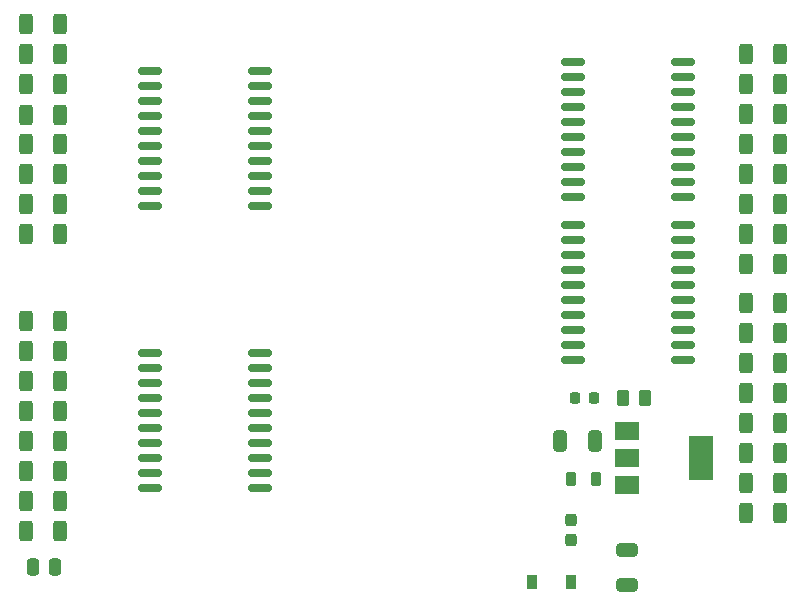
<source format=gtp>
G04 #@! TF.GenerationSoftware,KiCad,Pcbnew,(6.0.0-0)*
G04 #@! TF.CreationDate,2022-01-07T14:07:45-07:00*
G04 #@! TF.ProjectId,Controller_T41_rev0.2a,436f6e74-726f-46c6-9c65-725f5434315f,rev?*
G04 #@! TF.SameCoordinates,Original*
G04 #@! TF.FileFunction,Paste,Top*
G04 #@! TF.FilePolarity,Positive*
%FSLAX46Y46*%
G04 Gerber Fmt 4.6, Leading zero omitted, Abs format (unit mm)*
G04 Created by KiCad (PCBNEW (6.0.0-0)) date 2022-01-07 14:07:45*
%MOMM*%
%LPD*%
G01*
G04 APERTURE LIST*
G04 Aperture macros list*
%AMRoundRect*
0 Rectangle with rounded corners*
0 $1 Rounding radius*
0 $2 $3 $4 $5 $6 $7 $8 $9 X,Y pos of 4 corners*
0 Add a 4 corners polygon primitive as box body*
4,1,4,$2,$3,$4,$5,$6,$7,$8,$9,$2,$3,0*
0 Add four circle primitives for the rounded corners*
1,1,$1+$1,$2,$3*
1,1,$1+$1,$4,$5*
1,1,$1+$1,$6,$7*
1,1,$1+$1,$8,$9*
0 Add four rect primitives between the rounded corners*
20,1,$1+$1,$2,$3,$4,$5,0*
20,1,$1+$1,$4,$5,$6,$7,0*
20,1,$1+$1,$6,$7,$8,$9,0*
20,1,$1+$1,$8,$9,$2,$3,0*%
G04 Aperture macros list end*
%ADD10RoundRect,0.250000X-0.250000X-0.475000X0.250000X-0.475000X0.250000X0.475000X-0.250000X0.475000X0*%
%ADD11R,2.000000X3.800000*%
%ADD12R,2.000000X1.500000*%
%ADD13RoundRect,0.250000X-0.262500X-0.450000X0.262500X-0.450000X0.262500X0.450000X-0.262500X0.450000X0*%
%ADD14RoundRect,0.218750X-0.218750X-0.256250X0.218750X-0.256250X0.218750X0.256250X-0.218750X0.256250X0*%
%ADD15RoundRect,0.218750X0.218750X0.381250X-0.218750X0.381250X-0.218750X-0.381250X0.218750X-0.381250X0*%
%ADD16R,0.900000X1.200000*%
%ADD17RoundRect,0.250000X0.325000X0.650000X-0.325000X0.650000X-0.325000X-0.650000X0.325000X-0.650000X0*%
%ADD18RoundRect,0.250000X-0.650000X0.325000X-0.650000X-0.325000X0.650000X-0.325000X0.650000X0.325000X0*%
%ADD19RoundRect,0.150000X0.875000X0.150000X-0.875000X0.150000X-0.875000X-0.150000X0.875000X-0.150000X0*%
%ADD20RoundRect,0.150000X-0.875000X-0.150000X0.875000X-0.150000X0.875000X0.150000X-0.875000X0.150000X0*%
%ADD21RoundRect,0.250000X0.312500X0.625000X-0.312500X0.625000X-0.312500X-0.625000X0.312500X-0.625000X0*%
%ADD22RoundRect,0.250000X-0.312500X-0.625000X0.312500X-0.625000X0.312500X0.625000X-0.312500X0.625000X0*%
%ADD23RoundRect,0.237500X0.237500X-0.287500X0.237500X0.287500X-0.237500X0.287500X-0.237500X-0.287500X0*%
G04 APERTURE END LIST*
D10*
X116972000Y-104902000D03*
X118872000Y-104902000D03*
D11*
X173584000Y-95631000D03*
D12*
X167284000Y-95631000D03*
X167284000Y-97931000D03*
X167284000Y-93331000D03*
D13*
X166958000Y-90551000D03*
X168783000Y-90551000D03*
D14*
X162915500Y-90551000D03*
X164490500Y-90551000D03*
D15*
X164685000Y-97409000D03*
X162560000Y-97409000D03*
D16*
X162584400Y-106121200D03*
X159284400Y-106121200D03*
D17*
X164543000Y-94234000D03*
X161593000Y-94234000D03*
D18*
X167259000Y-103427000D03*
X167259000Y-106377000D03*
D19*
X136222000Y-98171000D03*
X136222000Y-96901000D03*
X136222000Y-95631000D03*
X136222000Y-94361000D03*
X136222000Y-93091000D03*
X136222000Y-91821000D03*
X136222000Y-90551000D03*
X136222000Y-89281000D03*
X136222000Y-88011000D03*
X136222000Y-86741000D03*
X126922000Y-86741000D03*
X126922000Y-88011000D03*
X126922000Y-89281000D03*
X126922000Y-90551000D03*
X126922000Y-91821000D03*
X126922000Y-93091000D03*
X126922000Y-94361000D03*
X126922000Y-95631000D03*
X126922000Y-96901000D03*
X126922000Y-98171000D03*
D20*
X162736000Y-62103000D03*
X162736000Y-63373000D03*
X162736000Y-64643000D03*
X162736000Y-65913000D03*
X162736000Y-67183000D03*
X162736000Y-68453000D03*
X162736000Y-69723000D03*
X162736000Y-70993000D03*
X162736000Y-72263000D03*
X162736000Y-73533000D03*
X172036000Y-73533000D03*
X172036000Y-72263000D03*
X172036000Y-70993000D03*
X172036000Y-69723000D03*
X172036000Y-68453000D03*
X172036000Y-67183000D03*
X172036000Y-65913000D03*
X172036000Y-64643000D03*
X172036000Y-63373000D03*
X172036000Y-62103000D03*
D19*
X136222000Y-74295000D03*
X136222000Y-73025000D03*
X136222000Y-71755000D03*
X136222000Y-70485000D03*
X136222000Y-69215000D03*
X136222000Y-67945000D03*
X136222000Y-66675000D03*
X136222000Y-65405000D03*
X136222000Y-64135000D03*
X136222000Y-62865000D03*
X126922000Y-62865000D03*
X126922000Y-64135000D03*
X126922000Y-65405000D03*
X126922000Y-66675000D03*
X126922000Y-67945000D03*
X126922000Y-69215000D03*
X126922000Y-70485000D03*
X126922000Y-71755000D03*
X126922000Y-73025000D03*
X126922000Y-74295000D03*
D20*
X162736000Y-75946000D03*
X162736000Y-77216000D03*
X162736000Y-78486000D03*
X162736000Y-79756000D03*
X162736000Y-81026000D03*
X162736000Y-82296000D03*
X162736000Y-83566000D03*
X162736000Y-84836000D03*
X162736000Y-86106000D03*
X162736000Y-87376000D03*
X172036000Y-87376000D03*
X172036000Y-86106000D03*
X172036000Y-84836000D03*
X172036000Y-83566000D03*
X172036000Y-82296000D03*
X172036000Y-81026000D03*
X172036000Y-79756000D03*
X172036000Y-78486000D03*
X172036000Y-77216000D03*
X172036000Y-75946000D03*
D21*
X180278500Y-100330000D03*
X177353500Y-100330000D03*
D22*
X116393500Y-84074000D03*
X119318500Y-84074000D03*
X116393500Y-86614000D03*
X119318500Y-86614000D03*
X116393500Y-89154000D03*
X119318500Y-89154000D03*
X116393500Y-91694000D03*
X119318500Y-91694000D03*
X116393500Y-94234000D03*
X119318500Y-94234000D03*
X116393500Y-96774000D03*
X119318500Y-96774000D03*
X116393500Y-99314000D03*
X119318500Y-99314000D03*
X116393500Y-101854000D03*
X119318500Y-101854000D03*
D21*
X180278500Y-79248000D03*
X177353500Y-79248000D03*
X180278500Y-76708000D03*
X177353500Y-76708000D03*
X180278500Y-74168000D03*
X177353500Y-74168000D03*
X180278500Y-71628000D03*
X177353500Y-71628000D03*
X180278500Y-69088000D03*
X177353500Y-69088000D03*
X180278500Y-66548000D03*
X177353500Y-66548000D03*
X180278500Y-64008000D03*
X177353500Y-64008000D03*
X180278500Y-61468000D03*
X177353500Y-61468000D03*
D22*
X116393500Y-58928000D03*
X119318500Y-58928000D03*
X116393500Y-61468000D03*
X119318500Y-61468000D03*
X116393500Y-64008000D03*
X119318500Y-64008000D03*
X116393500Y-66619120D03*
X119318500Y-66619120D03*
X116393500Y-69088000D03*
X119318500Y-69088000D03*
X116393500Y-71628000D03*
X119318500Y-71628000D03*
X116393500Y-74155300D03*
X119318500Y-74155300D03*
X116393500Y-76708000D03*
X119318500Y-76708000D03*
D21*
X180278500Y-97790000D03*
X177353500Y-97790000D03*
X180278500Y-95250000D03*
X177353500Y-95250000D03*
X180278500Y-92710000D03*
X177353500Y-92710000D03*
X180278500Y-90170000D03*
X177353500Y-90170000D03*
X180278500Y-87630000D03*
X177353500Y-87630000D03*
X180278500Y-85090000D03*
X177353500Y-85090000D03*
X180278500Y-82550000D03*
X177353500Y-82550000D03*
D23*
X162560000Y-100852000D03*
X162560000Y-102602000D03*
M02*

</source>
